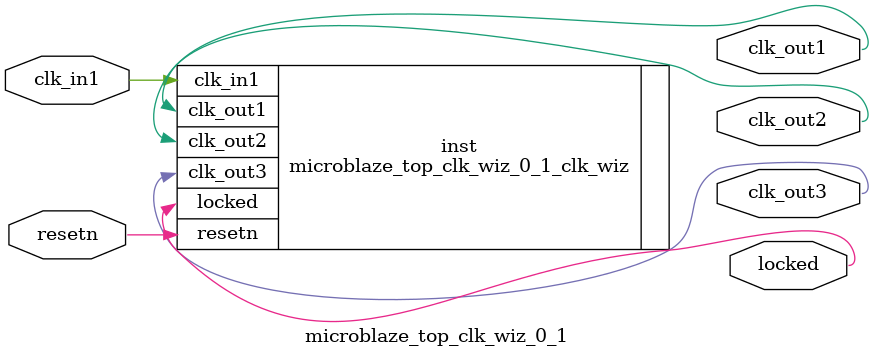
<source format=v>


`timescale 1ps/1ps

(* CORE_GENERATION_INFO = "microblaze_top_clk_wiz_0_1,clk_wiz_v6_0_4_0_0,{component_name=microblaze_top_clk_wiz_0_1,use_phase_alignment=true,use_min_o_jitter=false,use_max_i_jitter=false,use_dyn_phase_shift=false,use_inclk_switchover=false,use_dyn_reconfig=false,enable_axi=0,feedback_source=FDBK_AUTO,PRIMITIVE=MMCM,num_out_clk=3,clkin1_period=10.000,clkin2_period=10.000,use_power_down=false,use_reset=true,use_locked=true,use_inclk_stopped=false,feedback_type=SINGLE,CLOCK_MGR_TYPE=NA,manual_override=false}" *)

module microblaze_top_clk_wiz_0_1 
 (
  // Clock out ports
  output        clk_out1,
  output        clk_out2,
  output        clk_out3,
  // Status and control signals
  input         resetn,
  output        locked,
 // Clock in ports
  input         clk_in1
 );

  microblaze_top_clk_wiz_0_1_clk_wiz inst
  (
  // Clock out ports  
  .clk_out1(clk_out1),
  .clk_out2(clk_out2),
  .clk_out3(clk_out3),
  // Status and control signals               
  .resetn(resetn), 
  .locked(locked),
 // Clock in ports
  .clk_in1(clk_in1)
  );

endmodule

</source>
